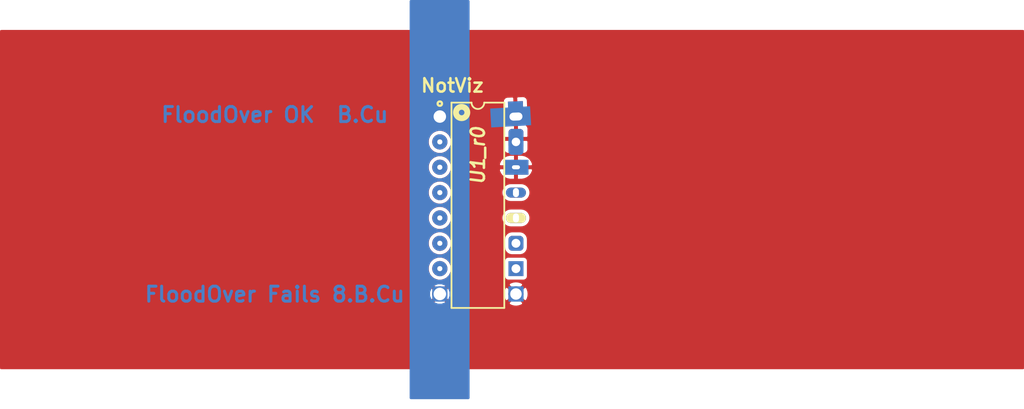
<source format=kicad_pcb>
(kicad_pcb (version 4) (host pcbnew "(2016-06-19 BZR 6943, Git e27f90a)-product")

  (general
    (links 10)
    (no_connects 8)
    (area 5 -22 107.500001 19.000001)
    (thickness 1.6)
    (drawings 2)
    (tracks 0)
    (zones 0)
    (modules 1)
    (nets 2)
  )

  (page A4)
  (layers
    (0 F.Cu signal)
    (31 B.Cu signal)
    (32 B.Adhes user)
    (33 F.Adhes user)
    (34 B.Paste user hide)
    (35 F.Paste user hide)
    (36 B.SilkS user)
    (37 F.SilkS user)
    (38 B.Mask user hide)
    (39 F.Mask user hide)
    (40 Dwgs.User user)
    (41 Cmts.User user)
    (42 Eco1.User user)
    (43 Eco2.User user)
    (44 Edge.Cuts user)
    (45 Margin user)
    (46 B.CrtYd user)
    (47 F.CrtYd user)
    (48 B.Fab user)
    (49 F.Fab user)
  )

  (setup
    (last_trace_width 0.25)
    (user_trace_width 2)
    (trace_clearance 0.2)
    (zone_clearance 0.345)
    (zone_45_only no)
    (trace_min 0.2)
    (segment_width 2)
    (edge_width 2)
    (via_size 0.8)
    (via_drill 0.4)
    (via_min_size 0.4)
    (via_min_drill 0.3)
    (uvia_size 0.3)
    (uvia_drill 0.1)
    (uvias_allowed no)
    (uvia_min_size 0.2)
    (uvia_min_drill 0.1)
    (pcb_text_width 0.3)
    (pcb_text_size 1.5 1.5)
    (mod_edge_width 0.15)
    (mod_text_size 1 1)
    (mod_text_width 0.15)
    (pad_size 1.524 1.524)
    (pad_drill 0.762)
    (pad_to_mask_clearance 0.2)
    (aux_axis_origin 0 0)
    (visible_elements 7FFFFFFF)
    (pcbplotparams
      (layerselection 0x00030_ffffffff)
      (usegerberextensions false)
      (excludeedgelayer true)
      (linewidth 0.100000)
      (plotframeref false)
      (viasonmask false)
      (mode 1)
      (useauxorigin false)
      (hpglpennumber 1)
      (hpglpenspeed 20)
      (hpglpendiameter 15)
      (psnegative false)
      (psa4output false)
      (plotreference true)
      (plotvalue true)
      (plotinvisibletext false)
      (padsonsilk false)
      (subtractmaskfromsilk false)
      (outputformat 1)
      (mirror false)
      (drillshape 1)
      (scaleselection 1)
      (outputdirectory ""))
  )

  (net 0 "")
  (net 1 +5V)

  (net_class Default "This is the default net class."
    (clearance 0.2)
    (trace_width 0.25)
    (via_dia 0.8)
    (via_drill 0.4)
    (uvia_dia 0.3)
    (uvia_drill 0.1)
    (add_net +5V)
  )

  (module TMP_LIB:DIP-16 (layer F.Cu) (tedit 579C30E4) (tstamp 578025D0)
    (at 52.830142 -1.429619)
    (attr smd)
    (fp_text reference U1_r0 (at 0 -5 -90) (layer F.SilkS)
      (effects (font (size 1.332992 1.332992) (thickness 0.254) italic))
    )
    (fp_text value NotViz (at -2.56 -12) (layer F.SilkS)
      (effects (font (size 1.332992 1.332992) (thickness 0.254)))
    )
    (fp_line (start -3.5814 10.2616) (end -3.5814 -10.2616) (layer F.Mask) (width 0.0762))
    (fp_line (start -3.5814 10.2616) (end 3.5814 10.2616) (layer F.Mask) (width 0.0762))
    (fp_line (start 3.5814 10.2616) (end 3.5814 -10.2616) (layer F.Mask) (width 0.0762))
    (fp_line (start -3.5814 -10.2616) (end 3.5814 -10.2616) (layer F.Mask) (width 0.0762))
    (fp_line (start 0 0.4826) (end 0 -0.4826) (layer F.Mask) (width 0.0762))
    (fp_line (start -0.4826 0) (end 0.4826 0) (layer F.Mask) (width 0.0762))
    (fp_line (start -2.6416 10.287) (end -2.6416 -10.287) (layer F.SilkS) (width 0.1778))
    (fp_line (start -2.6416 10.287) (end 2.6416 10.287) (layer F.SilkS) (width 0.1778))
    (fp_line (start -2.6416 -10.287) (end -0.635 -10.287) (layer F.SilkS) (width 0.1778))
    (fp_line (start 2.6416 10.287) (end 2.6416 -10.287) (layer F.SilkS) (width 0.1778))
    (fp_line (start 0.635 -10.287) (end 2.6416 -10.287) (layer F.SilkS) (width 0.1778))
    (fp_arc (start -2.6924 -9.3726) (end -2.2098 -9.3726) (angle 0) (layer F.Mask) (width 0.0762))
    (fp_arc (start -3.81 -10.1854) (end -3.7084 -10.1854) (angle 0) (layer F.SilkS) (width 0.2286))
    (fp_arc (start 0 -10.287) (end -0.635 -10.287) (angle -180) (layer F.SilkS) (width 0.1778))
    (fp_arc (start -1.6256 -9.2964) (end -1.3462 -9.2964) (angle 0) (layer F.SilkS) (width 0.5842))
    (pad 1 thru_hole circle (at -3.81 -8.89) (size 1.524 1.524) (drill 1.25) (layers *.Cu *.Mask)
      (net 1 +5V))
    (pad 1 smd rect (at -3.81 -8.89) (size 2 1) (layers F.Paste F.Mask))
    (pad 2 thru_hole circle (at -3.81 -6.35) (size 1.524 1.524) (drill 0.508) (layers *.Cu *.Mask))
    (pad 3 thru_hole circle (at -3.81 -3.81) (size 1.524 1.524) (drill 0.508) (layers *.Cu *.Mask))
    (pad 4 thru_hole circle (at -3.81 -1.27) (size 1.524 1.524) (drill 0.508) (layers *.Cu *.Mask))
    (pad 5 thru_hole circle (at -3.81 1.27) (size 1.524 1.524) (drill 0.508) (layers *.Cu *.Mask))
    (pad 6 thru_hole circle (at -3.81 3.81) (size 1.524 1.524) (drill 0.508) (layers *.Cu *.Mask))
    (pad 7 thru_hole circle (at -3.81 6.35) (size 1.524 1.524) (drill 0.508) (layers *.Cu *.Mask))
    (pad 8 thru_hole circle (at -3.81 8.89) (size 1.524 1.524) (drill 1.25) (layers F.Cu F.Mask)
      (net 1 +5V))
    (pad 8 smd rect (at -3.81 8.89) (size 1.524 1.524) (layers B.Cu B.Mask)
      (net 1 +5V))
    (pad 9 thru_hole circle (at 3.81 8.89) (size 1.524 1.524) (drill 1.15) (layers F.Cu F.Mask)
      (net 1 +5V))
    (pad 9 smd rect (at 3.81 8.89) (size 1.524 1.524) (layers B.Cu B.Mask)
      (net 1 +5V))
    (pad 10 thru_hole rect (at 3.81 6.35) (size 1.4986 1.4986) (drill 0.889) (layers *.Cu *.Mask))
    (pad 11 thru_hole roundrect (at 3.81 3.81) (size 1.4986 1.4986) (drill 0.889) (layers *.Cu *.Mask)(roundrect_rratio 0.25)(net 1 +5V))
    (pad 12 thru_hole oval (at 3.81 1.27 90) (size 1 2) (drill oval 0.9 0.6) (layers *.Cu *.Mask F.SilkS))
    (pad 13 thru_hole oval (at 3.81 -1.27) (size 2 1) (drill oval 0.6 0.9) (layers *.Cu *.Mask))
    (pad 14 thru_hole oval (at 3.81 -3.81 90) (size 1.4986 2.4986) (drill oval 0.4 0.8) (layers F.Cu F.Mask)
      (net 1 +5V))
    (pad 14 thru_hole rect (at 3.81 -3.81 90) (size 1.4986 2.4986) (drill oval 0.4 0.6) (layers B.Cu B.Mask)
      (net 1 +5V))
    (pad 15 thru_hole roundrect (at 3.81 -6.35) (size 1.5 2) (drill 0.85 (offset 0 -0.3)) (layers F.Cu F.Mask)(roundrect_rratio 0.23)
      (net 1 +5V))
    (pad 15 smd roundrect (at 3.81 -6.35) (size 1.5 2) (drill (offset 0 0.3)) (layers B.Cu B.Mask)(roundrect_rratio 0.23)
      (net 1 +5V))
    (pad 16c thru_hole rect (at 3.81 -8.89 92.2) (size 2 1.5) (drill oval 0.8 1.3 (offset 0.52 0)) (layers F.Cu F.Mask)
      (net 1 +5V))
    (pad 16c smd rect (at 3.81 -8.89 93.3) (size 1.9 4) (drill (offset 0 -0.53)) (layers B.Cu B.Mask)
      (net 1 +5V))
    (pad 16c smd rect (at 3.81 -8.89 184.4) (size 1.2 3) (drill (offset 0 -0.54)) (layers B.Paste))
    (pad 16c smd oval (at 3.81 -8.89 1.1) (size 2.5 1) (drill (offset 0.51 0)) (layers F.Paste))
  )

  (gr_text "FloodOver OK  B.Cu" (at 32.5 -10.5) (layer B.Cu) (tstamp 579C3866)
    (effects (font (size 1.5 1.5) (thickness 0.3)))
  )
  (gr_text "FloodOver Fails 8.B.Cu" (at 32.5 7.5) (layer B.Cu)
    (effects (font (size 1.5 1.5) (thickness 0.3)))
  )

  (zone (net 1) (net_name +5V) (layer F.Cu) (tstamp 0) (hatch edge 0.508)
    (connect_pads (clearance 0.345))
    (min_thickness 0.234)
    (fill yes (arc_segments 32) (thermal_gap 0.4) (thermal_bridge_width 0.4))
    (polygon
      (pts
        (xy 5 -19) (xy 107.5 -19) (xy 107.5 15) (xy 5 15)
      )
    )
    (filled_polygon
      (pts
        (xy 107.383 14.883) (xy 5.117 14.883) (xy 5.117 8.334333) (xy 48.26357 8.334333) (xy 48.333452 8.546736)
        (xy 48.558584 8.659829) (xy 48.801454 8.726827) (xy 49.052728 8.745157) (xy 49.302749 8.714112) (xy 49.541909 8.634888)
        (xy 49.706832 8.546736) (xy 49.776714 8.334333) (xy 55.88357 8.334333) (xy 55.953452 8.546736) (xy 56.178584 8.659829)
        (xy 56.421454 8.726827) (xy 56.672728 8.745157) (xy 56.922749 8.714112) (xy 57.161909 8.634888) (xy 57.326832 8.546736)
        (xy 57.396714 8.334333) (xy 56.640142 7.577761) (xy 55.88357 8.334333) (xy 49.776714 8.334333) (xy 49.020142 7.577761)
        (xy 48.26357 8.334333) (xy 5.117 8.334333) (xy 5.117 7.492967) (xy 47.735366 7.492967) (xy 47.766411 7.742988)
        (xy 47.845635 7.982148) (xy 47.933787 8.147071) (xy 48.14619 8.216953) (xy 48.902762 7.460381) (xy 49.137522 7.460381)
        (xy 49.894094 8.216953) (xy 50.106497 8.147071) (xy 50.21959 7.921939) (xy 50.286588 7.679069) (xy 50.300163 7.492967)
        (xy 55.355366 7.492967) (xy 55.386411 7.742988) (xy 55.465635 7.982148) (xy 55.553787 8.147071) (xy 55.76619 8.216953)
        (xy 56.522762 7.460381) (xy 56.757522 7.460381) (xy 57.514094 8.216953) (xy 57.726497 8.147071) (xy 57.83959 7.921939)
        (xy 57.906588 7.679069) (xy 57.924918 7.427795) (xy 57.893873 7.177774) (xy 57.814649 6.938614) (xy 57.726497 6.773691)
        (xy 57.514094 6.703809) (xy 56.757522 7.460381) (xy 56.522762 7.460381) (xy 55.76619 6.703809) (xy 55.553787 6.773691)
        (xy 55.440694 6.998823) (xy 55.373696 7.241693) (xy 55.355366 7.492967) (xy 50.300163 7.492967) (xy 50.304918 7.427795)
        (xy 50.273873 7.177774) (xy 50.194649 6.938614) (xy 50.106497 6.773691) (xy 49.894094 6.703809) (xy 49.137522 7.460381)
        (xy 48.902762 7.460381) (xy 48.14619 6.703809) (xy 47.933787 6.773691) (xy 47.820694 6.998823) (xy 47.753696 7.241693)
        (xy 47.735366 7.492967) (xy 5.117 7.492967) (xy 5.117 6.586429) (xy 48.26357 6.586429) (xy 49.020142 7.343001)
        (xy 49.776714 6.586429) (xy 55.88357 6.586429) (xy 56.640142 7.343001) (xy 57.396714 6.586429) (xy 57.326832 6.374026)
        (xy 57.1017 6.260933) (xy 56.85883 6.193935) (xy 56.607556 6.175605) (xy 56.357535 6.20665) (xy 56.118375 6.285874)
        (xy 55.953452 6.374026) (xy 55.88357 6.586429) (xy 49.776714 6.586429) (xy 49.706832 6.374026) (xy 49.4817 6.260933)
        (xy 49.23883 6.193935) (xy 48.987556 6.175605) (xy 48.737535 6.20665) (xy 48.498375 6.285874) (xy 48.333452 6.374026)
        (xy 48.26357 6.586429) (xy 5.117 6.586429) (xy 5.117 5.023298) (xy 47.794534 5.023298) (xy 47.837865 5.259393)
        (xy 47.926229 5.482576) (xy 48.05626 5.684344) (xy 48.223005 5.857014) (xy 48.420113 5.994007) (xy 48.640075 6.090106)
        (xy 48.874514 6.141651) (xy 49.1145 6.146678) (xy 49.350892 6.104996) (xy 49.574686 6.018192) (xy 49.777358 5.889573)
        (xy 49.951187 5.724037) (xy 50.089553 5.527891) (xy 50.187185 5.308605) (xy 50.240366 5.074531) (xy 50.244194 4.800362)
        (xy 50.19757 4.564894) (xy 50.106099 4.342968) (xy 49.991898 4.171081) (xy 55.426607 4.171081) (xy 55.426607 5.669681)
        (xy 55.435527 5.760249) (xy 55.461945 5.847336) (xy 55.504845 5.927596) (xy 55.562578 5.997945) (xy 55.632927 6.055678)
        (xy 55.713187 6.098578) (xy 55.800274 6.124996) (xy 55.890842 6.133916) (xy 57.389442 6.133916) (xy 57.48001 6.124996)
        (xy 57.567097 6.098578) (xy 57.647357 6.055678) (xy 57.717706 5.997945) (xy 57.775439 5.927596) (xy 57.818339 5.847336)
        (xy 57.844757 5.760249) (xy 57.853677 5.669681) (xy 57.853677 4.171081) (xy 57.844757 4.080513) (xy 57.818339 3.993426)
        (xy 57.775439 3.913166) (xy 57.717706 3.842817) (xy 57.647357 3.785084) (xy 57.567097 3.742184) (xy 57.48001 3.715766)
        (xy 57.389442 3.706846) (xy 55.890842 3.706846) (xy 55.800274 3.715766) (xy 55.713187 3.742184) (xy 55.632927 3.785084)
        (xy 55.562578 3.842817) (xy 55.504845 3.913166) (xy 55.461945 3.993426) (xy 55.435527 4.080513) (xy 55.426607 4.171081)
        (xy 49.991898 4.171081) (xy 49.973263 4.143034) (xy 49.804124 3.97271) (xy 49.605123 3.838482) (xy 49.38384 3.745463)
        (xy 49.148704 3.697197) (xy 48.908671 3.695521) (xy 48.672884 3.7405) (xy 48.450324 3.83042) (xy 48.249468 3.961856)
        (xy 48.077967 4.129802) (xy 47.942353 4.327862) (xy 47.847792 4.54849) (xy 47.797885 4.783283) (xy 47.794534 5.023298)
        (xy 5.117 5.023298) (xy 5.117 2.483298) (xy 47.794534 2.483298) (xy 47.837865 2.719393) (xy 47.926229 2.942576)
        (xy 48.05626 3.144344) (xy 48.223005 3.317014) (xy 48.420113 3.454007) (xy 48.640075 3.550106) (xy 48.874514 3.601651)
        (xy 49.1145 3.606678) (xy 49.350892 3.564996) (xy 49.574686 3.478192) (xy 49.777358 3.349573) (xy 49.951187 3.184037)
        (xy 50.089553 2.987891) (xy 50.187185 2.768605) (xy 50.240366 2.534531) (xy 50.244194 2.260362) (xy 50.19757 2.024894)
        (xy 50.189672 2.005731) (xy 55.426607 2.005731) (xy 55.426607 2.755031) (xy 55.442726 2.918689) (xy 55.490463 3.076058)
        (xy 55.567985 3.221091) (xy 55.672311 3.348212) (xy 55.799432 3.452538) (xy 55.944465 3.53006) (xy 56.101834 3.577797)
        (xy 56.265492 3.593916) (xy 57.014792 3.593916) (xy 57.17845 3.577797) (xy 57.335819 3.53006) (xy 57.480852 3.452538)
        (xy 57.607973 3.348212) (xy 57.712299 3.221091) (xy 57.789821 3.076058) (xy 57.837558 2.918689) (xy 57.853677 2.755031)
        (xy 57.853677 2.005731) (xy 57.837558 1.842073) (xy 57.789821 1.684704) (xy 57.712299 1.539671) (xy 57.607973 1.41255)
        (xy 57.480852 1.308224) (xy 57.335819 1.230702) (xy 57.17845 1.182965) (xy 57.014792 1.166846) (xy 56.265492 1.166846)
        (xy 56.101834 1.182965) (xy 55.944465 1.230702) (xy 55.799432 1.308224) (xy 55.672311 1.41255) (xy 55.567985 1.539671)
        (xy 55.490463 1.684704) (xy 55.442726 1.842073) (xy 55.426607 2.005731) (xy 50.189672 2.005731) (xy 50.106099 1.802968)
        (xy 49.973263 1.603034) (xy 49.804124 1.43271) (xy 49.605123 1.298482) (xy 49.38384 1.205463) (xy 49.148704 1.157197)
        (xy 48.908671 1.155521) (xy 48.672884 1.2005) (xy 48.450324 1.29042) (xy 48.249468 1.421856) (xy 48.077967 1.589802)
        (xy 47.942353 1.787862) (xy 47.847792 2.00849) (xy 47.797885 2.243283) (xy 47.794534 2.483298) (xy 5.117 2.483298)
        (xy 5.117 -0.056702) (xy 47.794534 -0.056702) (xy 47.837865 0.179393) (xy 47.926229 0.402576) (xy 48.05626 0.604344)
        (xy 48.223005 0.777014) (xy 48.420113 0.914007) (xy 48.640075 1.010106) (xy 48.874514 1.061651) (xy 49.1145 1.066678)
        (xy 49.350892 1.024996) (xy 49.574686 0.938192) (xy 49.777358 0.809573) (xy 49.951187 0.644037) (xy 50.089553 0.447891)
        (xy 50.187185 0.228605) (xy 50.240366 -0.005469) (xy 50.242612 -0.166335) (xy 55.171091 -0.166335) (xy 55.188108 0.020642)
        (xy 55.241117 0.200753) (xy 55.328101 0.367137) (xy 55.445745 0.513457) (xy 55.58957 0.63414) (xy 55.754096 0.724589)
        (xy 55.933057 0.781359) (xy 56.119636 0.802287) (xy 56.133068 0.802381) (xy 57.147216 0.802381) (xy 57.334069 0.78406)
        (xy 57.513806 0.729794) (xy 57.679579 0.641651) (xy 57.825074 0.522988) (xy 57.94475 0.378325) (xy 58.034048 0.213171)
        (xy 58.089567 0.033818) (xy 58.109193 -0.152903) (xy 58.092176 -0.33988) (xy 58.039167 -0.519991) (xy 57.952183 -0.686375)
        (xy 57.834539 -0.832695) (xy 57.690714 -0.953378) (xy 57.526188 -1.043827) (xy 57.347227 -1.100597) (xy 57.160648 -1.121525)
        (xy 57.147216 -1.121619) (xy 56.133068 -1.121619) (xy 55.946215 -1.103298) (xy 55.766478 -1.049032) (xy 55.600705 -0.960889)
        (xy 55.45521 -0.842226) (xy 55.335534 -0.697563) (xy 55.246236 -0.532409) (xy 55.190717 -0.353056) (xy 55.171091 -0.166335)
        (xy 50.242612 -0.166335) (xy 50.244194 -0.279638) (xy 50.19757 -0.515106) (xy 50.106099 -0.737032) (xy 49.973263 -0.936966)
        (xy 49.804124 -1.10729) (xy 49.605123 -1.241518) (xy 49.38384 -1.334537) (xy 49.148704 -1.382803) (xy 48.908671 -1.384479)
        (xy 48.672884 -1.3395) (xy 48.450324 -1.24958) (xy 48.249468 -1.118144) (xy 48.077967 -0.950198) (xy 47.942353 -0.752138)
        (xy 47.847792 -0.53151) (xy 47.797885 -0.296717) (xy 47.794534 -0.056702) (xy 5.117 -0.056702) (xy 5.117 -2.596702)
        (xy 47.794534 -2.596702) (xy 47.837865 -2.360607) (xy 47.926229 -2.137424) (xy 48.05626 -1.935656) (xy 48.223005 -1.762986)
        (xy 48.420113 -1.625993) (xy 48.640075 -1.529894) (xy 48.874514 -1.478349) (xy 49.1145 -1.473322) (xy 49.350892 -1.515004)
        (xy 49.574686 -1.601808) (xy 49.777358 -1.730427) (xy 49.951187 -1.895963) (xy 50.089553 -2.092109) (xy 50.187185 -2.311395)
        (xy 50.240366 -2.545469) (xy 50.242612 -2.706335) (xy 55.171091 -2.706335) (xy 55.188108 -2.519358) (xy 55.241117 -2.339247)
        (xy 55.328101 -2.172863) (xy 55.445745 -2.026543) (xy 55.58957 -1.90586) (xy 55.754096 -1.815411) (xy 55.933057 -1.758641)
        (xy 56.119636 -1.737713) (xy 56.133068 -1.737619) (xy 57.147216 -1.737619) (xy 57.334069 -1.75594) (xy 57.513806 -1.810206)
        (xy 57.679579 -1.898349) (xy 57.825074 -2.017012) (xy 57.94475 -2.161675) (xy 58.034048 -2.326829) (xy 58.089567 -2.506182)
        (xy 58.109193 -2.692903) (xy 58.092176 -2.87988) (xy 58.039167 -3.059991) (xy 57.952183 -3.226375) (xy 57.834539 -3.372695)
        (xy 57.690714 -3.493378) (xy 57.526188 -3.583827) (xy 57.347227 -3.640597) (xy 57.160648 -3.661525) (xy 57.147216 -3.661619)
        (xy 56.133068 -3.661619) (xy 55.946215 -3.643298) (xy 55.766478 -3.589032) (xy 55.600705 -3.500889) (xy 55.45521 -3.382226)
        (xy 55.335534 -3.237563) (xy 55.246236 -3.072409) (xy 55.190717 -2.893056) (xy 55.171091 -2.706335) (xy 50.242612 -2.706335)
        (xy 50.244194 -2.819638) (xy 50.19757 -3.055106) (xy 50.106099 -3.277032) (xy 49.973263 -3.476966) (xy 49.804124 -3.64729)
        (xy 49.605123 -3.781518) (xy 49.38384 -3.874537) (xy 49.148704 -3.922803) (xy 48.908671 -3.924479) (xy 48.672884 -3.8795)
        (xy 48.450324 -3.78958) (xy 48.249468 -3.658144) (xy 48.077967 -3.490198) (xy 47.942353 -3.292138) (xy 47.847792 -3.07151)
        (xy 47.797885 -2.836717) (xy 47.794534 -2.596702) (xy 5.117 -2.596702) (xy 5.117 -5.136702) (xy 47.794534 -5.136702)
        (xy 47.837865 -4.900607) (xy 47.926229 -4.677424) (xy 48.05626 -4.475656) (xy 48.223005 -4.302986) (xy 48.420113 -4.165993)
        (xy 48.640075 -4.069894) (xy 48.874514 -4.018349) (xy 49.1145 -4.013322) (xy 49.350892 -4.055004) (xy 49.574686 -4.141808)
        (xy 49.777358 -4.270427) (xy 49.951187 -4.435963) (xy 50.089553 -4.632109) (xy 50.187185 -4.851395) (xy 50.240366 -5.085469)
        (xy 50.244194 -5.359638) (xy 50.212588 -5.519264) (xy 54.905106 -5.519264) (xy 55.006125 -5.322619) (xy 55.882709 -5.322619)
        (xy 55.874471 -5.244241) (xy 55.882445 -5.156619) (xy 55.006125 -5.156619) (xy 54.905106 -4.959974) (xy 54.93847 -4.831709)
        (xy 55.041139 -4.605112) (xy 55.186042 -4.402899) (xy 55.367611 -4.232841) (xy 55.578868 -4.101473) (xy 55.811694 -4.013843)
        (xy 56.057142 -3.973319) (xy 56.557142 -3.973319) (xy 56.557142 -4.577619) (xy 56.723142 -4.577619) (xy 56.723142 -3.973319)
        (xy 57.223142 -3.973319) (xy 57.46859 -4.013843) (xy 57.701416 -4.101473) (xy 57.912673 -4.232841) (xy 58.094242 -4.402899)
        (xy 58.239145 -4.605112) (xy 58.341814 -4.831709) (xy 58.375178 -4.959974) (xy 58.274159 -5.156619) (xy 57.397575 -5.156619)
        (xy 57.405813 -5.234997) (xy 57.397839 -5.322619) (xy 58.274159 -5.322619) (xy 58.375178 -5.519264) (xy 58.341814 -5.647529)
        (xy 58.239145 -5.874126) (xy 58.094242 -6.076339) (xy 57.912673 -6.246397) (xy 57.701416 -6.377765) (xy 57.46859 -6.465395)
        (xy 57.223142 -6.505919) (xy 56.723142 -6.505919) (xy 56.723142 -5.901619) (xy 56.557142 -5.901619) (xy 56.557142 -6.505919)
        (xy 56.057142 -6.505919) (xy 55.811694 -6.465395) (xy 55.578868 -6.377765) (xy 55.367611 -6.246397) (xy 55.186042 -6.076339)
        (xy 55.041139 -5.874126) (xy 54.93847 -5.647529) (xy 54.905106 -5.519264) (xy 50.212588 -5.519264) (xy 50.19757 -5.595106)
        (xy 50.106099 -5.817032) (xy 49.973263 -6.016966) (xy 49.804124 -6.18729) (xy 49.605123 -6.321518) (xy 49.38384 -6.414537)
        (xy 49.148704 -6.462803) (xy 48.908671 -6.464479) (xy 48.672884 -6.4195) (xy 48.450324 -6.32958) (xy 48.249468 -6.198144)
        (xy 48.077967 -6.030198) (xy 47.942353 -5.832138) (xy 47.847792 -5.61151) (xy 47.797885 -5.376717) (xy 47.794534 -5.136702)
        (xy 5.117 -5.136702) (xy 5.117 -7.676702) (xy 47.794534 -7.676702) (xy 47.837865 -7.440607) (xy 47.926229 -7.217424)
        (xy 48.05626 -7.015656) (xy 48.223005 -6.842986) (xy 48.420113 -6.705993) (xy 48.640075 -6.609894) (xy 48.874514 -6.558349)
        (xy 49.1145 -6.553322) (xy 49.350892 -6.595004) (xy 49.574686 -6.681808) (xy 49.777358 -6.810427) (xy 49.951187 -6.975963)
        (xy 50.089553 -7.172109) (xy 50.187185 -7.391395) (xy 50.240366 -7.625469) (xy 50.243743 -7.867369) (xy 55.373142 -7.867369)
        (xy 55.373142 -7.028699) (xy 55.39301 -6.928816) (xy 55.431983 -6.834728) (xy 55.488562 -6.750051) (xy 55.560574 -6.678039)
        (xy 55.645251 -6.62146) (xy 55.739339 -6.582487) (xy 55.839222 -6.562619) (xy 56.427892 -6.562619) (xy 56.557142 -6.691869)
        (xy 56.557142 -7.996619) (xy 56.723142 -7.996619) (xy 56.723142 -6.691869) (xy 56.852392 -6.562619) (xy 57.441062 -6.562619)
        (xy 57.540945 -6.582487) (xy 57.635033 -6.62146) (xy 57.71971 -6.678039) (xy 57.791722 -6.750051) (xy 57.848301 -6.834728)
        (xy 57.887274 -6.928816) (xy 57.907142 -7.028699) (xy 57.907142 -7.867369) (xy 57.777892 -7.996619) (xy 56.723142 -7.996619)
        (xy 56.557142 -7.996619) (xy 55.502392 -7.996619) (xy 55.373142 -7.867369) (xy 50.243743 -7.867369) (xy 50.244194 -7.899638)
        (xy 50.19757 -8.135106) (xy 50.106099 -8.357032) (xy 49.973263 -8.556966) (xy 49.804124 -8.72729) (xy 49.605123 -8.861518)
        (xy 49.38384 -8.954537) (xy 49.148704 -9.002803) (xy 48.908671 -9.004479) (xy 48.672884 -8.9595) (xy 48.450324 -8.86958)
        (xy 48.249468 -8.738144) (xy 48.077967 -8.570198) (xy 47.942353 -8.372138) (xy 47.847792 -8.15151) (xy 47.797885 -7.916717)
        (xy 47.794534 -7.676702) (xy 5.117 -7.676702) (xy 5.117 -9.445667) (xy 48.26357 -9.445667) (xy 48.333452 -9.233264)
        (xy 48.558584 -9.120171) (xy 48.801454 -9.053173) (xy 49.052728 -9.034843) (xy 49.302749 -9.065888) (xy 49.541909 -9.145112)
        (xy 49.706832 -9.233264) (xy 49.776714 -9.445667) (xy 49.020142 -10.202239) (xy 48.26357 -9.445667) (xy 5.117 -9.445667)
        (xy 5.117 -10.287033) (xy 47.735366 -10.287033) (xy 47.766411 -10.037012) (xy 47.845635 -9.797852) (xy 47.933787 -9.632929)
        (xy 48.14619 -9.563047) (xy 48.902762 -10.319619) (xy 49.137522 -10.319619) (xy 49.894094 -9.563047) (xy 50.106497 -9.632929)
        (xy 50.21959 -9.858061) (xy 50.286588 -10.100931) (xy 50.304918 -10.352205) (xy 50.276819 -10.578505) (xy 55.362262 -10.578505)
        (xy 55.394456 -9.740453) (xy 55.418144 -9.641407) (xy 55.4607 -9.548884) (xy 55.520488 -9.466441) (xy 55.533639 -9.454264)
        (xy 55.488562 -9.409187) (xy 55.431983 -9.32451) (xy 55.39301 -9.230422) (xy 55.373142 -9.130539) (xy 55.373142 -8.291869)
        (xy 55.502392 -8.162619) (xy 56.557142 -8.162619) (xy 56.557142 -9.413284) (xy 56.590514 -9.449323) (xy 56.540427 -10.753111)
        (xy 55.486455 -10.712621) (xy 55.362262 -10.578505) (xy 50.276819 -10.578505) (xy 50.273873 -10.602226) (xy 50.221781 -10.759483)
        (xy 56.706305 -10.759483) (xy 56.75473 -9.498957) (xy 56.723142 -9.467369) (xy 56.723142 -8.162619) (xy 57.777892 -8.162619)
        (xy 57.907142 -8.291869) (xy 57.907142 -9.130539) (xy 57.887274 -9.230422) (xy 57.848301 -9.32451) (xy 57.791722 -9.409187)
        (xy 57.73422 -9.466689) (xy 57.752756 -9.480131) (xy 57.82195 -9.554855) (xy 57.875237 -9.641641) (xy 57.91057 -9.737156)
        (xy 57.926589 -9.837728) (xy 57.894394 -10.67578) (xy 57.760278 -10.799973) (xy 56.706305 -10.759483) (xy 50.221781 -10.759483)
        (xy 50.194649 -10.841386) (xy 50.106497 -11.006309) (xy 49.894094 -11.076191) (xy 49.137522 -10.319619) (xy 48.902762 -10.319619)
        (xy 48.14619 -11.076191) (xy 47.933787 -11.006309) (xy 47.820694 -10.781177) (xy 47.753696 -10.538307) (xy 47.735366 -10.287033)
        (xy 5.117 -10.287033) (xy 5.117 -11.193571) (xy 48.26357 -11.193571) (xy 49.020142 -10.436999) (xy 49.776714 -11.193571)
        (xy 49.706832 -11.405974) (xy 49.4817 -11.519067) (xy 49.23883 -11.586065) (xy 48.987556 -11.604395) (xy 48.737535 -11.57335)
        (xy 48.498375 -11.494126) (xy 48.333452 -11.405974) (xy 48.26357 -11.193571) (xy 5.117 -11.193571) (xy 5.117 -11.840744)
        (xy 55.313771 -11.840744) (xy 55.345966 -11.002692) (xy 55.480082 -10.878499) (xy 56.534055 -10.918989) (xy 56.483968 -12.222777)
        (xy 56.477087 -12.229149) (xy 56.649846 -12.229149) (xy 56.699933 -10.925361) (xy 57.753905 -10.965851) (xy 57.878098 -11.099967)
        (xy 57.845904 -11.938019) (xy 57.822216 -12.037065) (xy 57.77966 -12.129588) (xy 57.719872 -12.212031) (xy 57.645149 -12.281225)
        (xy 57.558362 -12.334512) (xy 57.462847 -12.369844) (xy 57.362275 -12.385863) (xy 57.26051 -12.381954) (xy 56.774039 -12.363266)
        (xy 56.649846 -12.229149) (xy 56.477087 -12.229149) (xy 56.349852 -12.34697) (xy 55.863381 -12.328282) (xy 55.761616 -12.324372)
        (xy 55.662569 -12.300685) (xy 55.570047 -12.258129) (xy 55.487604 -12.198341) (xy 55.41841 -12.123617) (xy 55.365123 -12.036831)
        (xy 55.32979 -11.941316) (xy 55.313771 -11.840744) (xy 5.117 -11.840744) (xy 5.117 -18.883) (xy 107.383 -18.883)
      )
    )
  )
  (zone (net 1) (net_name +5V) (layer B.Cu) (tstamp 0) (hatch edge 0.508)
    (connect_pads (clearance 0.345))
    (min_thickness 0.224)
    (fill yes (arc_segments 16) (thermal_gap 0.4) (thermal_bridge_width 0.4))
    (polygon
      (pts
        (xy 70 19) (xy 53 19) (xy 53 -22) (xy 70 -22) (xy 70 19)
      )
    )
  )
  (zone (net 1) (net_name +5V) (layer B.Cu) (tstamp 0) (hatch edge 0.508)
    (connect_pads yes (clearance 0.345))
    (min_thickness 0.254)
    (fill yes (arc_segments 16) (thermal_gap 0.508) (thermal_bridge_width 0.508))
    (polygon
      (pts
        (xy 52 18) (xy 46 18) (xy 46 -22) (xy 52 -22) (xy 52 18)
      )
    )
    (filled_polygon
      (pts
        (xy 51.873 17.873) (xy 46.127 17.873) (xy 46.127 7.677631) (xy 47.922952 7.677631) (xy 48.089608 8.08097)
        (xy 48.39793 8.38983) (xy 48.800978 8.557191) (xy 49.237392 8.557571) (xy 49.640731 8.390915) (xy 49.949591 8.082593)
        (xy 50.116952 7.679545) (xy 50.117332 7.243131) (xy 49.950676 6.839792) (xy 49.642354 6.530932) (xy 49.239306 6.363571)
        (xy 48.802892 6.363191) (xy 48.399553 6.529847) (xy 48.090693 6.838169) (xy 47.923332 7.241217) (xy 47.922952 7.677631)
        (xy 46.127 7.677631) (xy 46.127 5.164762) (xy 47.785929 5.164762) (xy 47.973398 5.618472) (xy 48.320225 5.965905)
        (xy 48.773607 6.154166) (xy 49.264523 6.154594) (xy 49.718233 5.967125) (xy 50.065666 5.620298) (xy 50.253927 5.166916)
        (xy 50.254355 4.676) (xy 50.066886 4.22229) (xy 49.720059 3.874857) (xy 49.266677 3.686596) (xy 48.775761 3.686168)
        (xy 48.322051 3.873637) (xy 47.974618 4.220464) (xy 47.786357 4.673846) (xy 47.785929 5.164762) (xy 46.127 5.164762)
        (xy 46.127 2.624762) (xy 47.785929 2.624762) (xy 47.973398 3.078472) (xy 48.320225 3.425905) (xy 48.773607 3.614166)
        (xy 49.264523 3.614594) (xy 49.718233 3.427125) (xy 50.065666 3.080298) (xy 50.253927 2.626916) (xy 50.254355 2.136)
        (xy 50.066886 1.68229) (xy 49.720059 1.334857) (xy 49.266677 1.146596) (xy 48.775761 1.146168) (xy 48.322051 1.333637)
        (xy 47.974618 1.680464) (xy 47.786357 2.133846) (xy 47.785929 2.624762) (xy 46.127 2.624762) (xy 46.127 0.084762)
        (xy 47.785929 0.084762) (xy 47.973398 0.538472) (xy 48.320225 0.885905) (xy 48.773607 1.074166) (xy 49.264523 1.074594)
        (xy 49.718233 0.887125) (xy 50.065666 0.540298) (xy 50.253927 0.086916) (xy 50.254355 -0.404) (xy 50.066886 -0.85771)
        (xy 49.720059 -1.205143) (xy 49.266677 -1.393404) (xy 48.775761 -1.393832) (xy 48.322051 -1.206363) (xy 47.974618 -0.859536)
        (xy 47.786357 -0.406154) (xy 47.785929 0.084762) (xy 46.127 0.084762) (xy 46.127 -2.455238) (xy 47.785929 -2.455238)
        (xy 47.973398 -2.001528) (xy 48.320225 -1.654095) (xy 48.773607 -1.465834) (xy 49.264523 -1.465406) (xy 49.718233 -1.652875)
        (xy 50.065666 -1.999702) (xy 50.253927 -2.453084) (xy 50.254355 -2.944) (xy 50.066886 -3.39771) (xy 49.720059 -3.745143)
        (xy 49.266677 -3.933404) (xy 48.775761 -3.933832) (xy 48.322051 -3.746363) (xy 47.974618 -3.399536) (xy 47.786357 -2.946154)
        (xy 47.785929 -2.455238) (xy 46.127 -2.455238) (xy 46.127 -4.995238) (xy 47.785929 -4.995238) (xy 47.973398 -4.541528)
        (xy 48.320225 -4.194095) (xy 48.773607 -4.005834) (xy 49.264523 -4.005406) (xy 49.718233 -4.192875) (xy 50.065666 -4.539702)
        (xy 50.253927 -4.993084) (xy 50.254355 -5.484) (xy 50.066886 -5.93771) (xy 49.720059 -6.285143) (xy 49.266677 -6.473404)
        (xy 48.775761 -6.473832) (xy 48.322051 -6.286363) (xy 47.974618 -5.939536) (xy 47.786357 -5.486154) (xy 47.785929 -4.995238)
        (xy 46.127 -4.995238) (xy 46.127 -7.535238) (xy 47.785929 -7.535238) (xy 47.973398 -7.081528) (xy 48.320225 -6.734095)
        (xy 48.773607 -6.545834) (xy 49.264523 -6.545406) (xy 49.718233 -6.732875) (xy 50.065666 -7.079702) (xy 50.253927 -7.533084)
        (xy 50.254355 -8.024) (xy 50.066886 -8.47771) (xy 49.720059 -8.825143) (xy 49.266677 -9.013404) (xy 48.775761 -9.013832)
        (xy 48.322051 -8.826363) (xy 47.974618 -8.479536) (xy 47.786357 -8.026154) (xy 47.785929 -7.535238) (xy 46.127 -7.535238)
        (xy 46.127 -21.873) (xy 51.873 -21.873)
      )
    )
  )
)

</source>
